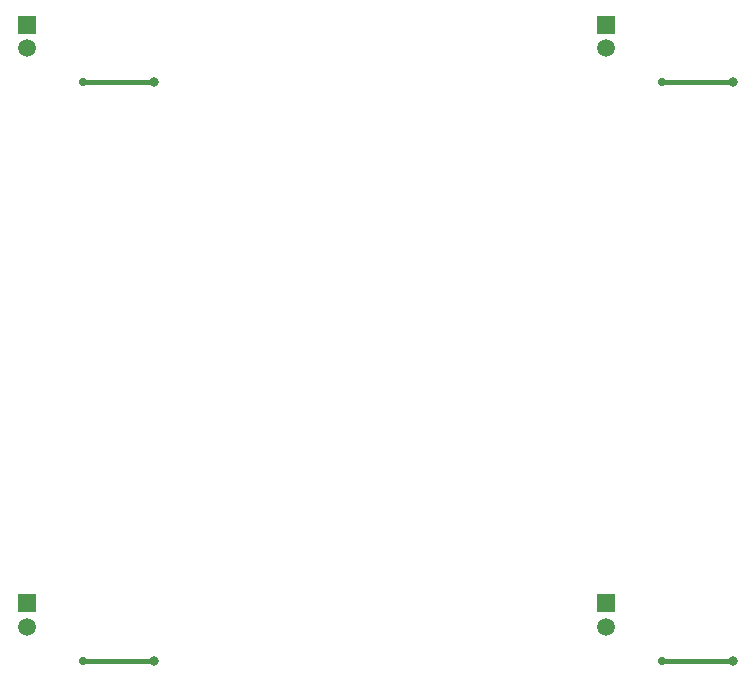
<source format=gbl>
%MOIN*%
%OFA0B0*%
%FSLAX25Y25*%
%IPPOS*%
%LPD*%
%ADD10C,0.027560000413909679*%
%ADD13C,0.017720000266127703*%
%ADD14R,0.059050000886842029X0.059050000886842029*%
%ADD15C,0.059050000886842029*%
%ADD16C,0.031500000473082539*%
%ADD27C,0.027560000413909679*%
%ADD28C,0.017720000266127703*%
%ADD29R,0.059050000886842029X0.059050000886842029*%
%ADD30C,0.059050000886842029*%
%ADD31C,0.031500000473082539*%
%ADD32C,0.027560000413909679*%
%ADD33C,0.017720000266127703*%
%ADD34R,0.059050000886842029X0.059050000886842029*%
%ADD35C,0.059050000886842029*%
%ADD36C,0.031500000473082539*%
%ADD37C,0.027560000413909679*%
%ADD38C,0.017720000266127703*%
%ADD39R,0.059050000886842029X0.059050000886842029*%
%ADD40C,0.059050000886842029*%
%ADD41C,0.031500000473082539*%
G01*
G75*
D10*
X0051181Y0156004D02*
D03*
D13*
X0074902Y0156004D01*
D14*
X0032479Y0175197D02*
D03*
D15*
X0032479Y0167323D02*
D03*
D16*
X0074902Y0156004D02*
D03*
G04 next file*
G04 Layer_Physical_Order=2*
G04 Layer_Color=16711680*
G04 skipping 70
G01*
G75*
D27*
X0244094Y0156004D02*
D03*
D28*
X0267815Y0156004D01*
D29*
X0225393Y0175197D02*
D03*
D30*
X0225393Y0167323D02*
D03*
D31*
X0267815Y0156004D02*
D03*
G04 next file*
G04 Layer_Physical_Order=2*
G04 Layer_Color=16711680*
G04 skipping 70
G01*
G75*
D32*
X0244094Y0348917D02*
D03*
D33*
X0267815Y0348917D01*
D34*
X0225393Y0368110D02*
D03*
D35*
X0225393Y0360236D02*
D03*
D36*
X0267815Y0348917D02*
D03*
G04 next file*
G04 Layer_Physical_Order=2*
G04 Layer_Color=16711680*
G04 skipping 70
G01*
G75*
D37*
X0051181Y0348917D02*
D03*
D38*
X0074902Y0348917D01*
D39*
X0032479Y0368110D02*
D03*
D40*
X0032479Y0360236D02*
D03*
D41*
X0074902Y0348917D02*
D03*
M02*
</source>
